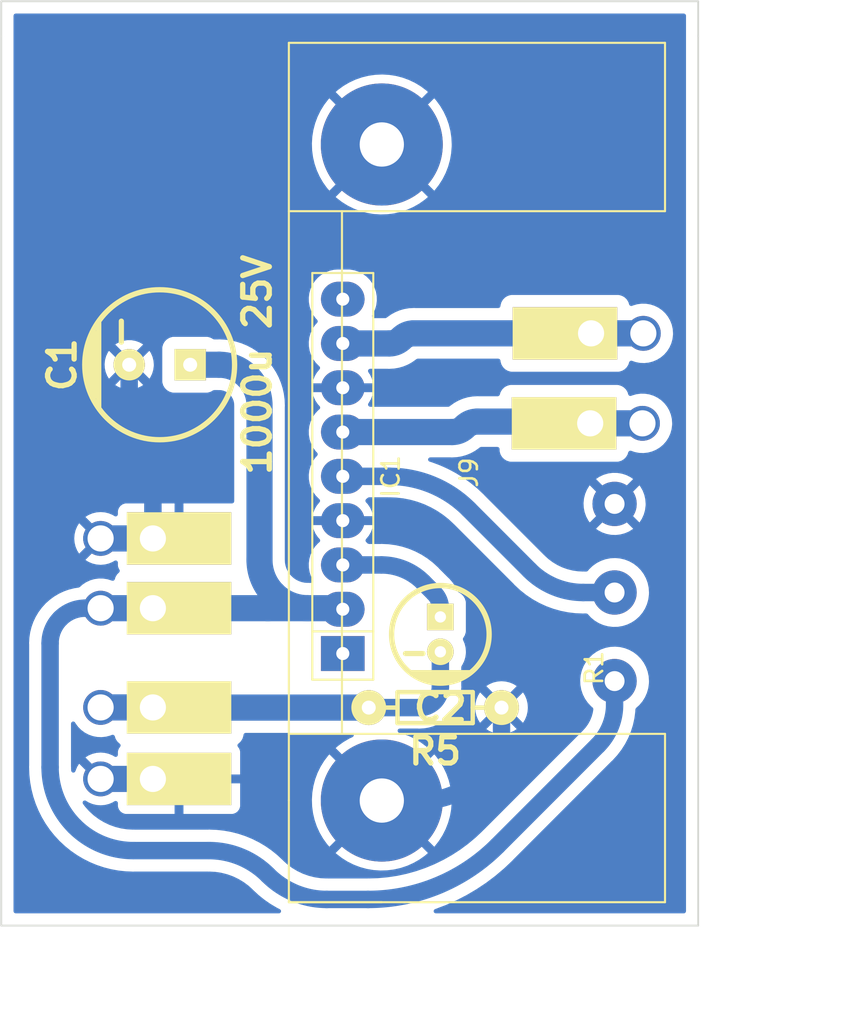
<source format=kicad_pcb>
(kicad_pcb (version 20211014) (generator pcbnew)
  (layers (0 "F.Cu" signal) (31 "B.Cu" signal) (34 "B.Paste" user) (35 "F.Paste" user) (36 "B.SilkS" user "B.Silkscreen") (37 "F.SilkS" user "F.Silkscreen") (38 "B.Mask" user) (39 "F.Mask" user) (44 "Edge.Cuts" user))
  (net 0 "")
  (net 1 "VCC")
  (net 2 "GND")
  (net 3 "Net-(C2-Pad1)")
  (net 4 "/amp_in")
  (net 6 "/Vcontrol")
  (net 7 "/amp_out+")
  (net 8 "/amp_out-")
  (footprint "EESTN5:Cable_Doble_1,5mm" (layer "F.Cu") (at 204.85 66.04 -90)
    (fp_text reference "J4" hide)
    (fp_text value "Cable_PAD" hide)
    (pad "1" thru_hole circle locked (at 0 -3 270) (size 2 2) (drill 1.5) (layers *.Cu *.Mask) (net 8 "/amp_out-"))
    (pad "1" thru_hole circle locked (at 0 0 270) (size 1.524 1.524) (drill 0.762) (layers *.Cu *.Mask) (net 8 "/amp_out-"))
    (pad "1" thru_hole rect locked (at 0 0 270) (size 3 6) (drill 1.5 (offset 0 1.5)) (layers *.Cu "F.SilkS") (net 8 "/amp_out-"))
  )
  (footprint "MacroLib:Disipador_SOT110-1" (layer "F.Cu") (at 192.839 74.02 90)
    (fp_text reference "J9" (at 0 5 90) (layer "F.SilkS"))
    (fp_text value "DISIPADOR")
    (fp_line (start -24.638 -5.334) (end -24.638 16.256) (layer "F.SilkS") (width 0.12))
    (fp_line (start 14.986 16.256) (end 14.986 -5.334) (layer "F.SilkS") (width 0.12))
    (fp_line (start -24.638 16.256) (end -14.986 16.256) (layer "F.SilkS") (width 0.12))
    (fp_line (start 14.986 16.256) (end 24.638 16.256) (layer "F.SilkS") (width 0.12))
    (fp_line (start -14.986 -5.334) (end 24.638 -5.334) (layer "F.SilkS") (width 0.12))
    (fp_line (start -24.638 -5.334) (end -24.638 0) (layer "F.SilkS") (width 0.12))
    (fp_line (start -14.986 -2.286) (end 14.986 -2.286) (layer "F.SilkS") (width 0.12))
    (fp_line (start -14.986 -5.334) (end -18.796 -5.334) (layer "F.SilkS") (width 0.12))
    (fp_line (start 24.638 16.256) (end 24.638 -5.334) (layer "F.SilkS") (width 0.12))
    (fp_line (start -18.796 -5.334) (end -24.638 -5.334) (layer "F.SilkS") (width 0.12))
    (fp_line (start -14.986 16.256) (end -14.986 -5.334) (layer "F.SilkS") (width 0.12))
    (pad "1" thru_hole circle (at -18.81 0 90) (size 7 7) (drill 2.54) (layers *.Cu *.Mask) (net 2 "GND"))
    (pad "2" thru_hole circle (at 18.81 0 90) (size 7 7) (drill 2.54) (layers *.Cu *.Mask) (net 2 "GND"))
  )
  (footprint "EESTN5:Cable_Doble_1,5mm" (layer "F.Cu") (at 204.8 71.2 -90)
    (fp_text reference "J3" hide)
    (fp_text value "Cable_PAD" hide)
    (pad "1" thru_hole circle locked (at 0 -3 270) (size 2 2) (drill 1.5) (layers *.Cu *.Mask) (net 7 "/amp_out+"))
    (pad "1" thru_hole rect locked (at 0 0 270) (size 3 6) (drill 1.5 (offset 0 1.5)) (layers *.Cu "F.SilkS") (net 7 "/amp_out+"))
    (pad "1" thru_hole circle locked (at 0 0 270) (size 1.524 1.524) (drill 0.762) (layers *.Cu *.Mask) (net 7 "/amp_out+"))
  )
  (footprint "EESTN5:Potenciometro" (layer "F.Cu") (at 206.2 80.9 -90)
    (fp_text reference "R1" (at 4.33 1.17 90) (layer "F.SilkS"))
    (fp_text value "10k")
    (pad "1" thru_hole circle locked (at -5.08 0 270) (size 2.54 2.54) (drill 1.143) (layers *.Cu *.Mask) (net 2 "GND"))
    (pad "2" thru_hole circle locked (at 0 0 270) (size 2.54 2.54) (drill 1.143) (layers *.Cu *.Mask) (net 6 "/Vcontrol"))
    (pad "3" thru_hole circle locked (at 5.08 0 270) (size 2.54 2.54) (drill 1.143) (layers *.Cu *.Mask) (net 1 "VCC"))
  )
  (footprint "EESTN5:CAP_ELEC_8x11.5mm" (layer "F.Cu") (at 180.09 67.84 90)
    (fp_text reference "C1" (at 0 -5.6 90) (layer "F.SilkS") (effects (font (size 1.524 1.524) (thickness 0.3048))))
    (fp_text value "1000u 25V" (at 0 5.6 90) (layer "F.SilkS") (effects (font (size 1.524 1.524) (thickness 0.3048))))
    (fp_line (start -0.8 -4.1) (end 0.9 -4.1) (layer "F.SilkS") (width 0.3048))
    (fp_line (start -1.4 -3.9) (end 1.4 -3.9) (layer "F.SilkS") (width 0.3048))
    (fp_line (start -1.8 -3.7) (end 1.8 -3.7) (layer "F.SilkS") (width 0.3048))
    (fp_line (start -2.4 -3.5) (end 2.4 -3.5) (layer "F.SilkS") (width 0.3048))
    (fp_line (start 1.3 -2.2) (end 2.5 -2.2) (layer "F.SilkS") (width 0.3))
    (fp_circle (center 0 0) (end -4.3 0) (layer "F.SilkS") (width 0.3048) (fill none))
    (pad "1" thru_hole rect locked (at 0 1.75 90) (size 1.8 1.8) (drill 0.8) (layers *.Cu *.Mask "F.SilkS") (net 1 "VCC"))
    (pad "2" thru_hole circle locked (at 0 -1.75 90) (size 1.8 1.8) (drill 0.8) (layers *.Cu *.Mask "F.SilkS") (net 2 "GND"))
  )
  (footprint "EESTN5:Cable_Doble_1,5mm" (layer "F.Cu") (at 179.7 87.49 90)
    (fp_text reference "J5" hide)
    (fp_text value "Cable_PAD" hide)
    (pad "1" thru_hole circle locked (at 0 0 90) (size 1.524 1.524) (drill 0.762) (layers *.Cu *.Mask) (net 4 "/amp_in"))
    (pad "1" thru_hole circle locked (at 0 -3 90) (size 2 2) (drill 1.5) (layers *.Cu *.Mask) (net 4 "/amp_in"))
    (pad "1" thru_hole rect locked (at 0 0 90) (size 3 6) (drill 1.5 (offset 0 1.5)) (layers *.Cu "F.SilkS") (net 4 "/amp_in"))
  )
  (footprint "EESTN5:CAP_ELEC_5x11mm" (layer "F.Cu") (at 196.2 83.3 180)
    (fp_text reference "C2" (at 0 -4.2) (layer "F.SilkS") (effects (font (size 1.524 1.524) (thickness 0.3048))))
    (fp_text value "0.47u" hide)
    (fp_line (start -1.3 -2.4) (end 1.3 -2.4) (layer "F.SilkS") (width 0.3048))
    (fp_line (start 1 -1.1) (end 2 -1.1) (layer "F.SilkS") (width 0.3))
    (fp_line (start -0.8 -2.6) (end 0.8 -2.6) (layer "F.SilkS") (width 0.3048))
    (fp_line (start -1.7 -2.2) (end 1.7 -2.2) (layer "F.SilkS") (width 0.3048))
    (fp_circle (center 0 0) (end 2.8 0) (layer "F.SilkS") (width 0.3048) (fill none))
    (pad "1" thru_hole rect locked (at 0 1 180) (size 1.524 1.524) (drill 0.65) (layers *.Cu *.Mask "F.SilkS") (net 3 "Net-(C2-Pad1)"))
    (pad "2" thru_hole circle locked (at 0 -1 180) (size 1.524 1.524) (drill 0.65) (layers *.Cu *.Mask "F.SilkS") (net 4 "/amp_in"))
  )
  (footprint "EESTN5:Cable_Doble_1,5mm" (layer "F.Cu") (at 179.7 91.59 90)
    (fp_text reference "J6" hide)
    (fp_text value "Cable_PAD" hide)
    (pad "1" thru_hole circle locked (at 0 0 90) (size 1.524 1.524) (drill 0.762) (layers *.Cu *.Mask) (net 2 "GND"))
    (pad "1" thru_hole rect locked (at 0 0 90) (size 3 6) (drill 1.5 (offset 0 1.5)) (layers *.Cu "F.SilkS") (net 2 "GND"))
    (pad "1" thru_hole circle locked (at 0 -3 90) (size 2 2) (drill 1.5) (layers *.Cu *.Mask) (net 2 "GND"))
  )
  (footprint "EESTN5:Cable_Doble_1,5mm" (layer "F.Cu") (at 179.7 77.8 90)
    (fp_text reference "J1" hide)
    (fp_text value "Cable_PAD" hide)
    (pad "1" thru_hole circle locked (at 0 -3 90) (size 2 2) (drill 1.5) (layers *.Cu *.Mask) (net 2 "GND"))
    (pad "1" thru_hole circle locked (at 0 0 90) (size 1.524 1.524) (drill 0.762) (layers *.Cu *.Mask) (net 2 "GND"))
    (pad "1" thru_hole rect locked (at 0 0 90) (size 3 6) (drill 1.5 (offset 0 1.5)) (layers *.Cu "F.SilkS") (net 2 "GND"))
  )
  (footprint "EESTN5:RES0.3" (layer "F.Cu") (at 195.9 87.5 180)
    (fp_text reference "R5" (at 0 -2.5) (layer "F.SilkS") (effects (font (size 1.5 1.5) (thickness 0.3))))
    (fp_text value "5.1k" hide)
    (fp_line (start 2.159 0) (end 3.81 0) (layer "F.SilkS") (width 0.254))
    (fp_line (start -2.159 0.889) (end 2.159 0.889) (layer "F.SilkS") (width 0.254))
    (fp_line (start -2.159 0) (end -3.81 0) (layer "F.SilkS") (width 0.254))
    (fp_line (start 2.159 -0.889) (end -2.159 -0.889) (layer "F.SilkS") (width 0.254))
    (fp_line (start -2.159 -0.889) (end -2.159 0.889) (layer "F.SilkS") (width 0.254))
    (fp_line (start 2.159 0.889) (end 2.159 -0.889) (layer "F.SilkS") (width 0.254))
    (pad "1" thru_hole circle (at -3.81 0 180) (size 1.99898 1.99898) (drill 0.8001) (layers *.Cu *.Mask "F.SilkS") (net 2 "GND"))
    (pad "2" thru_hole circle (at 3.81 0 180) (size 1.99898 1.99898) (drill 0.8001) (layers *.Cu *.Mask "F.SilkS") (net 4 "/amp_in"))
  )
  (footprint "MacroLib:SOT-110" (layer "F.Cu") (at 190.6 74.24 90)
    (fp_text reference "IC1" (at 0 2.75 90) (layer "F.SilkS"))
    (fp_text value "TDA7056A")
    (fp_line (start -11.66 1.75) (end -11.66 -1.75) (layer "F.SilkS") (width 0.12))
    (fp_line (start 11.66 1.75) (end -11.66 1.75) (layer "F.SilkS") (width 0.12))
    (fp_line (start -8.89 -1.75) (end -8.89 1.75) (layer "F.SilkS") (width 0.12))
    (fp_line (start -11.66 -1.75) (end 11.66 -1.75) (layer "F.SilkS") (width 0.12))
    (fp_line (start 11.66 -1.75) (end 11.66 1.75) (layer "F.SilkS") (width 0.12))
    (pad "1" thru_hole rect (at -10.16 0 90) (size 2 2.5) (drill 0.75) (layers *.Cu *.Mask))
    (pad "2" thru_hole oval (at -7.62 0 90) (size 2 2.5) (drill 0.75) (layers *.Cu *.Mask) (net 1 "VCC"))
    (pad "3" thru_hole oval (at -5.08 0 90) (size 2 2.5) (drill 0.75) (layers *.Cu *.Mask) (net 3 "Net-(C2-Pad1)"))
    (pad "4" thru_hole oval (at -2.54 0 90) (size 2 2.5) (drill 0.75) (layers *.Cu *.Mask) (net 2 "GND"))
    (pad "5" thru_hole oval (at 0 0 90) (size 2 2.5) (drill 0.75) (layers *.Cu *.Mask) (net 6 "/Vcontrol"))
    (pad "6" thru_hole oval (at 2.54 0 90) (size 2 2.5) (drill 0.75) (layers *.Cu *.Mask) (net 7 "/amp_out+"))
    (pad "7" thru_hole oval (at 5.08 0 90) (size 2 2.5) (drill 0.75) (layers *.Cu *.Mask) (net 2 "GND"))
    (pad "8" thru_hole oval (at 7.62 0 90) (size 2 2.5) (drill 0.75) (layers *.Cu *.Mask) (net 8 "/amp_out-"))
    (pad "9" thru_hole oval (at 10.16 0 90) (size 2 2.5) (drill 0.75) (layers *.Cu *.Mask))
  )
  (footprint "EESTN5:Cable_Doble_1,5mm" (layer "F.Cu") (at 179.7 81.8 90)
    (fp_text reference "J2" hide)
    (fp_text value "Cable_PAD" hide)
    (pad "1" thru_hole circle locked (at 0 -3 90) (size 2 2) (drill 1.5) (layers *.Cu *.Mask) (net 1 "VCC"))
    (pad "1" thru_hole circle locked (at 0 0 90) (size 1.524 1.524) (drill 0.762) (layers *.Cu *.Mask) (net 1 "VCC"))
    (pad "1" thru_hole rect locked (at 0 0 90) (size 3 6) (drill 1.5 (offset 0 1.5)) (layers *.Cu "F.SilkS") (net 1 "VCC"))
  )
  (gr_line (start 211 49) (end 211 100) (layer "Edge.Cuts") (width 0.1))
  (gr_line (start 211 47) (end 211 49) (layer "Edge.Cuts") (width 0.1))
  (gr_line (start 211 47) (end 171 47) (layer "Edge.Cuts") (width 0.1))
  (gr_line (start 211 100) (end 171 100) (layer "Edge.Cuts") (width 0.1))
  (gr_line (start 171 47) (end 171 49) (layer "Edge.Cuts") (width 0.1))
  (gr_line (start 171 100) (end 171 49) (layer "Edge.Cuts") (width 0.1))
  (segment (start 190.557573 81.86) (end 188.26 81.86) (width 1) (layer "B.Cu") (net 1))
  (segment (start 188.585512 81.8) (end 186.294487 81.8) (width 1.5) (layer "B.Cu") (net 1))
  (segment (start 190.497573 81.8) (end 188.585512 81.8) (width 1.5) (layer "B.Cu") (net 1))
  (segment (start 183.498334 67.84) (end 181.84 67.84) (width 1.5) (layer "B.Cu") (net 1))
  (segment (start 182.920101 95.7) (end 178.579898 95.7) (width 1) (layer "B.Cu") (net 1))
  (segment (start 199.475914 95.424085) (end 205.238334 89.661665) (width 1) (layer "B.Cu") (net 1))
  (segment (start 173.8 90.920101) (end 173.8 83.814386) (width 1) (layer "B.Cu") (net 1))
  (segment (start 175.814386 81.8) (end 176.7 81.8) (width 1) (layer "B.Cu") (net 1))
  (segment (start 185.82 79.034487) (end 185.82 70.161665) (width 1.5) (layer "B.Cu") (net 1))
  (segment (start 206.2 87.34) (end 206.2 85.98) (width 1) (layer "B.Cu") (net 1))
  (segment (start 192.05 98.5) (end 189.679898 98.5) (width 1) (layer "B.Cu") (net 1))
  (segment (start 176.45 81.8) (end 179.45 81.8) (width 1.5) (layer "B.Cu") (net 1))
  (segment (start 186.294487 81.8) (end 179.7 81.8) (width 1.5) (layer "B.Cu") (net 1))
  (arc (start 190.57 81.83) (mid 190.573809 81.849151) (end 190.557573 81.86) (width 1.5) (layer "B.Cu") (net 1))
  (arc (start 175.814386 81.8) (mid 175.043513 81.953336) (end 174.39 82.39) (width 1) (layer "B.Cu") (net 1))
  (arc (start 185.82 79.034487) (mid 186.030512 80.092803) (end 186.63 80.99) (width 1.5) (layer "B.Cu") (net 1))
  (arc (start 185.14 68.52) (mid 184.386797 68.016726) (end 183.498334 67.84) (width 1.5) (layer "B.Cu") (net 1))
  (arc (start 175.2 94.3) (mid 176.75071 95.336151) (end 178.579898 95.7) (width 1) (layer "B.Cu") (net 1))
  (arc (start 186.294487 81.8) (mid 186.732855 81.507091) (end 186.63 80.99) (width 1.5) (layer "B.Cu") (net 1))
  (arc (start 186.63 80.99) (mid 187.527196 81.589487) (end 188.585512 81.8) (width 1.5) (layer "B.Cu") (net 1))
  (arc (start 173.8 90.920101) (mid 174.163848 92.749289) (end 175.2 94.3) (width 1) (layer "B.Cu") (net 1))
  (arc (start 199.475914 95.424085) (mid 196.068875 97.700595) (end 192.05 98.5) (width 1) (layer "B.Cu") (net 1))
  (arc (start 174.39 82.39) (mid 173.953336 83.043513) (end 173.8 83.814386) (width 1) (layer "B.Cu") (net 1))
  (arc (start 186.3 97.1) (mid 187.85071 98.136151) (end 189.679898 98.5) (width 1) (layer "B.Cu") (net 1))
  (arc (start 190.57 81.83) (mid 190.53677 81.807796) (end 190.497573 81.8) (width 1.5) (layer "B.Cu") (net 1))
  (arc (start 185.14 68.52) (mid 185.643273 69.273202) (end 185.82 70.161665) (width 1.5) (layer "B.Cu") (net 1))
  (arc (start 206.2 87.34) (mid 205.950071 88.596476) (end 205.238334 89.661665) (width 1) (layer "B.Cu") (net 1))
  (arc (start 186.3 97.1) (mid 184.749289 96.063848) (end 182.920101 95.7) (width 1) (layer "B.Cu") (net 1))
  (segment (start 176.45 91.59) (end 179.45 91.59) (width 1.5) (layer "B.Cu") (net 2))
  (segment (start 199.71 88.845) (end 199.71 87.5) (width 1) (layer "B.Cu") (net 2))
  (segment (start 195.203238 92.83) (end 192.839 92.83) (width 1) (layer "B.Cu") (net 2))
  (segment (start 198.758941 91.141058) (end 198.39 91.51) (width 1) (layer "B.Cu") (net 2))
  (segment (start 179.45 77.8) (end 176.45 77.8) (width 1.5) (layer "B.Cu") (net 2))
  (segment (start 178.34 69.618334) (end 178.34 67.84) (width 1) (layer "B.Cu") (net 2))
  (segment (start 179.7 72.901665) (end 179.7 77.8) (width 1) (layer "B.Cu") (net 2))
  (arc (start 198.39 91.51) (mid 196.927901 92.486943) (end 195.203238 92.83) (width 1) (layer "B.Cu") (net 2))
  (arc (start 199.71 88.845) (mid 199.462827 90.087617) (end 198.758941 91.141058) (width 1) (layer "B.Cu") (net 2))
  (arc (start 178.34 69.618334) (mid 178.516726 70.506797) (end 179.02 71.26) (width 1) (layer "B.Cu") (net 2))
  (arc (start 179.02 71.26) (mid 179.523273 72.013202) (end 179.7 72.901665) (width 1) (layer "B.Cu") (net 2))
  (segment (start 190.61 79.31) (end 190.62 79.3) (width 1) (layer "B.Cu") (net 3))
  (segment (start 196.2 81.8) (end 196.2 82.3) (width 1) (layer "B.Cu") (net 3))
  (segment (start 190.614142 79.32) (end 192.819928 79.32) (width 1) (layer "B.Cu") (net 3))
  (segment (start 195.846446 80.946446) (end 195.21 80.31) (width 1) (layer "B.Cu") (net 3))
  (arc (start 195.846446 80.946446) (mid 196.108114 81.33806) (end 196.2 81.8) (width 1) (layer "B.Cu") (net 3))
  (arc (start 195.21 80.31) (mid 194.113425 79.577292) (end 192.819928 79.32) (width 1) (layer "B.Cu") (net 3))
  (arc (start 190.61 79.31) (mid 190.60873 79.316383) (end 190.614142 79.32) (width 1) (layer "B.Cu") (net 3))
  (segment (start 179.692928 87.49) (end 176.7 87.49) (width 1.5) (layer "B.Cu") (net 4))
  (segment (start 179.717071 87.5) (end 192.09 87.5) (width 1.5) (layer "B.Cu") (net 4))
  (segment (start 196.2 86.305025) (end 196.2 84.3) (width 1) (layer "B.Cu") (net 4))
  (segment (start 195.005025 87.5) (end 192.09 87.5) (width 1) (layer "B.Cu") (net 4))
  (arc (start 195.85 87.15) (mid 195.462322 87.409037) (end 195.005025 87.5) (width 1) (layer "B.Cu") (net 4))
  (arc (start 196.2 86.305025) (mid 196.109037 86.762322) (end 195.85 87.15) (width 1) (layer "B.Cu") (net 4))
  (arc (start 179.705 87.495) (mid 179.710538 87.4987) (end 179.717071 87.5) (width 1.5) (layer "B.Cu") (net 4))
  (arc (start 179.705 87.495) (mid 179.699461 87.491299) (end 179.692928 87.49) (width 1.5) (layer "B.Cu") (net 4))
  (segment (start 197.827975 76.127975) (end 201.327207 79.627207) (width 1) (layer "B.Cu") (net 6))
  (segment (start 193.27 74.24) (end 190.6 74.24) (width 1) (layer "B.Cu") (net 6))
  (segment (start 204.4 80.9) (end 206.2 80.9) (width 1) (layer "B.Cu") (net 6))
  (arc (start 197.827975 76.127975) (mid 195.736758 74.730668) (end 193.27 74.24) (width 1) (layer "B.Cu") (net 6))
  (arc (start 201.327207 79.627207) (mid 202.737016 80.569211) (end 204.4 80.9) (width 1) (layer "B.Cu") (net 6))
  (segment (start 196.875735 71.7) (end 190.6 71.7) (width 1.5) (layer "B.Cu") (net 7))
  (segment (start 204.8 71.2) (end 207.8 71.2) (width 1.5) (layer "B.Cu") (net 7))
  (segment (start 198.324264 71.1) (end 202.05 71.1) (width 1.5) (layer "B.Cu") (net 7))
  (arc (start 197.6 71.4) (mid 197.267704 71.622032) (end 196.875735 71.7) (width 1.5) (layer "B.Cu") (net 7))
  (arc (start 198.324264 71.1) (mid 197.932295 71.177967) (end 197.6 71.4) (width 1.5) (layer "B.Cu") (net 7))
  (segment (start 194.670121 66.04) (end 204.85 66.04) (width 1.5) (layer "B.Cu") (net 8))
  (segment (start 204.85 66.04) (end 207.85 66.04) (width 1.5) (layer "B.Cu") (net 8))
  (segment (start 193.269878 66.62) (end 190.6 66.62) (width 1.5) (layer "B.Cu") (net 8))
  (arc (start 194.670121 66.04) (mid 194.291218 66.115368) (end 193.97 66.33) (width 1.5) (layer "B.Cu") (net 8))
  (arc (start 193.97 66.33) (mid 193.648781 66.544631) (end 193.269878 66.62) (width 1.5) (layer "B.Cu") (net 8))
  (zone (net 2) (net_name "GND") (layer "B.Cu") (connect_pads (clearance 0.7)) (min_thickness 0.254) (fill yes (thermal_gap 0.508) (thermal_bridge_width 0.508))
    (polygon (pts (xy 210.7 100) (xy 171 100) (xy 171 47) (xy 210.7 47)))
  )
)
</source>
